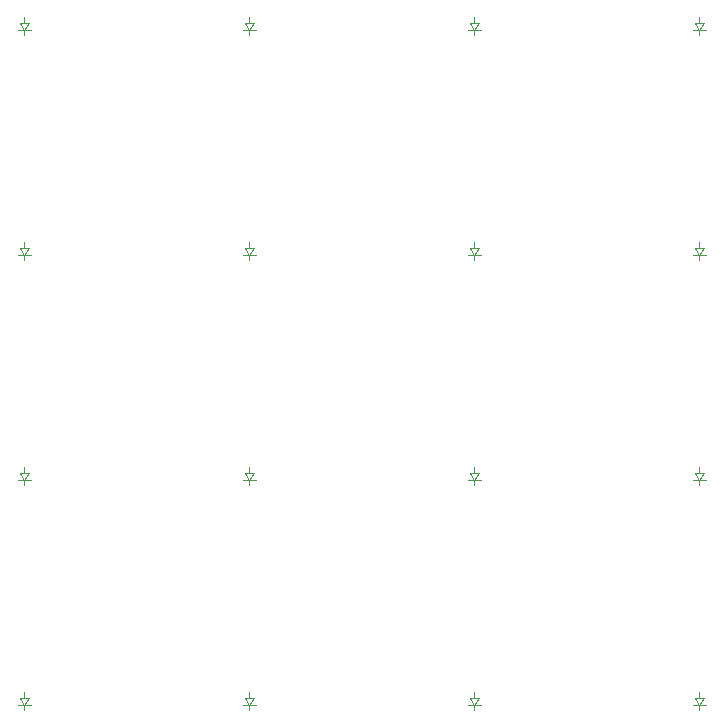
<source format=gbr>
%TF.GenerationSoftware,KiCad,Pcbnew,8.0.5*%
%TF.CreationDate,2024-10-19T01:04:11-04:00*%
%TF.ProjectId,hackpad,6861636b-7061-4642-9e6b-696361645f70,rev?*%
%TF.SameCoordinates,Original*%
%TF.FileFunction,Legend,Bot*%
%TF.FilePolarity,Positive*%
%FSLAX46Y46*%
G04 Gerber Fmt 4.6, Leading zero omitted, Abs format (unit mm)*
G04 Created by KiCad (PCBNEW 8.0.5) date 2024-10-19 01:04:11*
%MOMM*%
%LPD*%
G01*
G04 APERTURE LIST*
%ADD10C,0.100000*%
G04 APERTURE END LIST*
D10*
%TO.C,D8*%
X218525000Y-75121250D02*
X219625000Y-75121250D01*
X218675000Y-74521250D02*
X219475000Y-74521250D01*
X219075000Y-74021250D02*
X219075000Y-74521250D01*
X219075000Y-75121250D02*
X218675000Y-74521250D01*
X219075000Y-75121250D02*
X219075000Y-75521250D01*
X219475000Y-74521250D02*
X219075000Y-75121250D01*
%TO.C,D9*%
X161375000Y-94171250D02*
X162475000Y-94171250D01*
X161525000Y-93571250D02*
X162325000Y-93571250D01*
X161925000Y-93071250D02*
X161925000Y-93571250D01*
X161925000Y-94171250D02*
X161525000Y-93571250D01*
X161925000Y-94171250D02*
X161925000Y-94571250D01*
X162325000Y-93571250D02*
X161925000Y-94171250D01*
%TO.C,D3*%
X199475000Y-56071250D02*
X200575000Y-56071250D01*
X199625000Y-55471250D02*
X200425000Y-55471250D01*
X200025000Y-54971250D02*
X200025000Y-55471250D01*
X200025000Y-56071250D02*
X199625000Y-55471250D01*
X200025000Y-56071250D02*
X200025000Y-56471250D01*
X200425000Y-55471250D02*
X200025000Y-56071250D01*
%TO.C,D1*%
X161375000Y-56071250D02*
X162475000Y-56071250D01*
X161525000Y-55471250D02*
X162325000Y-55471250D01*
X161925000Y-54971250D02*
X161925000Y-55471250D01*
X161925000Y-56071250D02*
X161525000Y-55471250D01*
X161925000Y-56071250D02*
X161925000Y-56471250D01*
X162325000Y-55471250D02*
X161925000Y-56071250D01*
%TO.C,D11*%
X199475000Y-94171250D02*
X200575000Y-94171250D01*
X199625000Y-93571250D02*
X200425000Y-93571250D01*
X200025000Y-93071250D02*
X200025000Y-93571250D01*
X200025000Y-94171250D02*
X199625000Y-93571250D01*
X200025000Y-94171250D02*
X200025000Y-94571250D01*
X200425000Y-93571250D02*
X200025000Y-94171250D01*
%TO.C,D6*%
X180425000Y-75121250D02*
X181525000Y-75121250D01*
X180575000Y-74521250D02*
X181375000Y-74521250D01*
X180975000Y-74021250D02*
X180975000Y-74521250D01*
X180975000Y-75121250D02*
X180575000Y-74521250D01*
X180975000Y-75121250D02*
X180975000Y-75521250D01*
X181375000Y-74521250D02*
X180975000Y-75121250D01*
%TO.C,D13*%
X161375000Y-113221250D02*
X162475000Y-113221250D01*
X161525000Y-112621250D02*
X162325000Y-112621250D01*
X161925000Y-112121250D02*
X161925000Y-112621250D01*
X161925000Y-113221250D02*
X161525000Y-112621250D01*
X161925000Y-113221250D02*
X161925000Y-113621250D01*
X162325000Y-112621250D02*
X161925000Y-113221250D01*
%TO.C,D15*%
X199475000Y-113221250D02*
X200575000Y-113221250D01*
X199625000Y-112621250D02*
X200425000Y-112621250D01*
X200025000Y-112121250D02*
X200025000Y-112621250D01*
X200025000Y-113221250D02*
X199625000Y-112621250D01*
X200025000Y-113221250D02*
X200025000Y-113621250D01*
X200425000Y-112621250D02*
X200025000Y-113221250D01*
%TO.C,D5*%
X161375000Y-75121250D02*
X162475000Y-75121250D01*
X161525000Y-74521250D02*
X162325000Y-74521250D01*
X161925000Y-74021250D02*
X161925000Y-74521250D01*
X161925000Y-75121250D02*
X161525000Y-74521250D01*
X161925000Y-75121250D02*
X161925000Y-75521250D01*
X162325000Y-74521250D02*
X161925000Y-75121250D01*
%TO.C,D7*%
X199475000Y-75121250D02*
X200575000Y-75121250D01*
X199625000Y-74521250D02*
X200425000Y-74521250D01*
X200025000Y-74021250D02*
X200025000Y-74521250D01*
X200025000Y-75121250D02*
X199625000Y-74521250D01*
X200025000Y-75121250D02*
X200025000Y-75521250D01*
X200425000Y-74521250D02*
X200025000Y-75121250D01*
%TO.C,D10*%
X180425000Y-94171250D02*
X181525000Y-94171250D01*
X180575000Y-93571250D02*
X181375000Y-93571250D01*
X180975000Y-93071250D02*
X180975000Y-93571250D01*
X180975000Y-94171250D02*
X180575000Y-93571250D01*
X180975000Y-94171250D02*
X180975000Y-94571250D01*
X181375000Y-93571250D02*
X180975000Y-94171250D01*
%TO.C,D16*%
X218525000Y-113221250D02*
X219625000Y-113221250D01*
X218675000Y-112621250D02*
X219475000Y-112621250D01*
X219075000Y-112121250D02*
X219075000Y-112621250D01*
X219075000Y-113221250D02*
X218675000Y-112621250D01*
X219075000Y-113221250D02*
X219075000Y-113621250D01*
X219475000Y-112621250D02*
X219075000Y-113221250D01*
%TO.C,D4*%
X218525000Y-56071250D02*
X219625000Y-56071250D01*
X218675000Y-55471250D02*
X219475000Y-55471250D01*
X219075000Y-54971250D02*
X219075000Y-55471250D01*
X219075000Y-56071250D02*
X218675000Y-55471250D01*
X219075000Y-56071250D02*
X219075000Y-56471250D01*
X219475000Y-55471250D02*
X219075000Y-56071250D01*
%TO.C,D12*%
X218525000Y-94171250D02*
X219625000Y-94171250D01*
X218675000Y-93571250D02*
X219475000Y-93571250D01*
X219075000Y-93071250D02*
X219075000Y-93571250D01*
X219075000Y-94171250D02*
X218675000Y-93571250D01*
X219075000Y-94171250D02*
X219075000Y-94571250D01*
X219475000Y-93571250D02*
X219075000Y-94171250D01*
%TO.C,D2*%
X180425000Y-56071250D02*
X181525000Y-56071250D01*
X180575000Y-55471250D02*
X181375000Y-55471250D01*
X180975000Y-54971250D02*
X180975000Y-55471250D01*
X180975000Y-56071250D02*
X180575000Y-55471250D01*
X180975000Y-56071250D02*
X180975000Y-56471250D01*
X181375000Y-55471250D02*
X180975000Y-56071250D01*
%TO.C,D14*%
X180425000Y-113221250D02*
X181525000Y-113221250D01*
X180575000Y-112621250D02*
X181375000Y-112621250D01*
X180975000Y-112121250D02*
X180975000Y-112621250D01*
X180975000Y-113221250D02*
X180575000Y-112621250D01*
X180975000Y-113221250D02*
X180975000Y-113621250D01*
X181375000Y-112621250D02*
X180975000Y-113221250D01*
%TD*%
M02*

</source>
